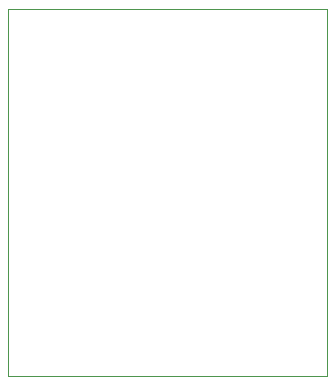
<source format=gbr>
%TF.GenerationSoftware,KiCad,Pcbnew,8.0.6*%
%TF.CreationDate,2024-11-17T22:59:03-03:00*%
%TF.ProjectId,canon+GH4,63616e6f-6e2b-4474-9834-2e6b69636164,V1.0*%
%TF.SameCoordinates,Original*%
%TF.FileFunction,Profile,NP*%
%FSLAX46Y46*%
G04 Gerber Fmt 4.6, Leading zero omitted, Abs format (unit mm)*
G04 Created by KiCad (PCBNEW 8.0.6) date 2024-11-17 22:59:03*
%MOMM*%
%LPD*%
G01*
G04 APERTURE LIST*
%TA.AperFunction,Profile*%
%ADD10C,0.050000*%
%TD*%
G04 APERTURE END LIST*
D10*
X110500000Y-75310000D02*
X83500000Y-75310000D01*
X110500000Y-44310000D02*
X83500000Y-44310000D01*
X83500000Y-44310000D02*
X83500000Y-75310000D01*
X110500000Y-44310000D02*
X110500000Y-75310000D01*
M02*

</source>
